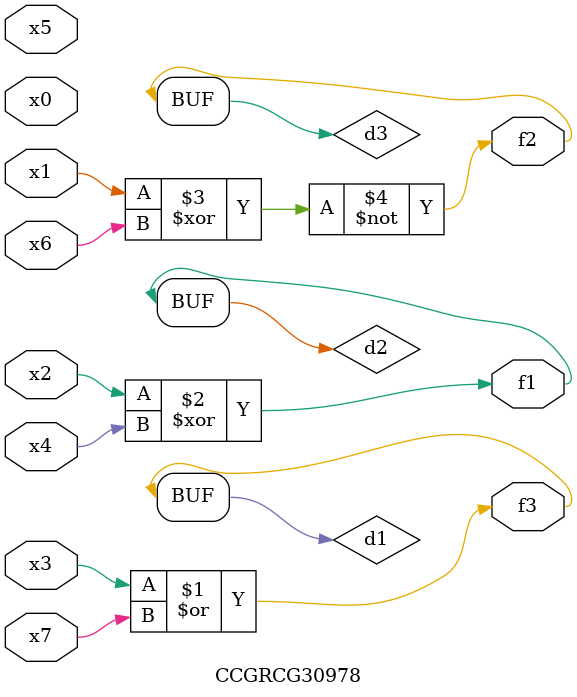
<source format=v>
module CCGRCG30978(
	input x0, x1, x2, x3, x4, x5, x6, x7,
	output f1, f2, f3
);

	wire d1, d2, d3;

	or (d1, x3, x7);
	xor (d2, x2, x4);
	xnor (d3, x1, x6);
	assign f1 = d2;
	assign f2 = d3;
	assign f3 = d1;
endmodule

</source>
